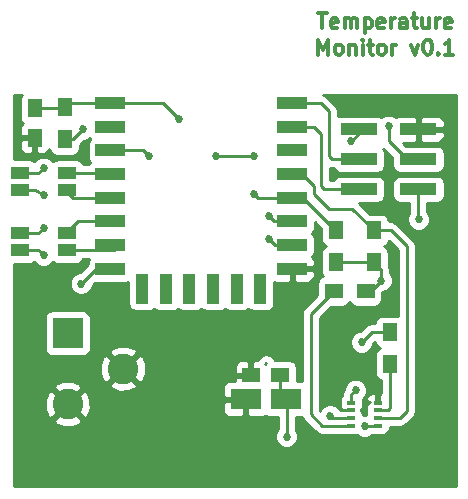
<source format=gbr>
G04 #@! TF.FileFunction,Copper,L1,Top,Signal*
%FSLAX46Y46*%
G04 Gerber Fmt 4.6, Leading zero omitted, Abs format (unit mm)*
G04 Created by KiCad (PCBNEW 4.0.6+dfsg1-1) date Sun Oct 29 21:06:04 2017*
%MOMM*%
%LPD*%
G01*
G04 APERTURE LIST*
%ADD10C,0.100000*%
%ADD11C,0.300000*%
%ADD12R,1.500000X1.100000*%
%ADD13R,1.250000X1.500000*%
%ADD14R,2.600000X1.800000*%
%ADD15R,1.500000X1.250000*%
%ADD16R,2.600000X2.600000*%
%ADD17C,2.600000*%
%ADD18R,3.150000X1.000000*%
%ADD19R,1.500000X1.300000*%
%ADD20R,1.300000X1.500000*%
%ADD21R,0.700000X0.350000*%
%ADD22R,2.500000X1.100000*%
%ADD23R,1.100000X2.500000*%
%ADD24C,0.685800*%
%ADD25C,0.254000*%
G04 APERTURE END LIST*
D10*
D11*
X179451001Y-100945024D02*
X180176716Y-100945024D01*
X179813859Y-102215024D02*
X179813859Y-100945024D01*
X181083858Y-102154548D02*
X180962906Y-102215024D01*
X180721001Y-102215024D01*
X180600049Y-102154548D01*
X180539573Y-102033595D01*
X180539573Y-101549786D01*
X180600049Y-101428833D01*
X180721001Y-101368357D01*
X180962906Y-101368357D01*
X181083858Y-101428833D01*
X181144335Y-101549786D01*
X181144335Y-101670738D01*
X180539573Y-101791690D01*
X181688620Y-102215024D02*
X181688620Y-101368357D01*
X181688620Y-101489310D02*
X181749096Y-101428833D01*
X181870049Y-101368357D01*
X182051477Y-101368357D01*
X182172429Y-101428833D01*
X182232906Y-101549786D01*
X182232906Y-102215024D01*
X182232906Y-101549786D02*
X182293382Y-101428833D01*
X182414334Y-101368357D01*
X182595763Y-101368357D01*
X182716715Y-101428833D01*
X182777191Y-101549786D01*
X182777191Y-102215024D01*
X183381953Y-101368357D02*
X183381953Y-102638357D01*
X183381953Y-101428833D02*
X183502905Y-101368357D01*
X183744810Y-101368357D01*
X183865762Y-101428833D01*
X183926239Y-101489310D01*
X183986715Y-101610262D01*
X183986715Y-101973119D01*
X183926239Y-102094071D01*
X183865762Y-102154548D01*
X183744810Y-102215024D01*
X183502905Y-102215024D01*
X183381953Y-102154548D01*
X185014810Y-102154548D02*
X184893858Y-102215024D01*
X184651953Y-102215024D01*
X184531001Y-102154548D01*
X184470525Y-102033595D01*
X184470525Y-101549786D01*
X184531001Y-101428833D01*
X184651953Y-101368357D01*
X184893858Y-101368357D01*
X185014810Y-101428833D01*
X185075287Y-101549786D01*
X185075287Y-101670738D01*
X184470525Y-101791690D01*
X185619572Y-102215024D02*
X185619572Y-101368357D01*
X185619572Y-101610262D02*
X185680048Y-101489310D01*
X185740524Y-101428833D01*
X185861477Y-101368357D01*
X185982429Y-101368357D01*
X186950048Y-102215024D02*
X186950048Y-101549786D01*
X186889571Y-101428833D01*
X186768619Y-101368357D01*
X186526714Y-101368357D01*
X186405762Y-101428833D01*
X186950048Y-102154548D02*
X186829095Y-102215024D01*
X186526714Y-102215024D01*
X186405762Y-102154548D01*
X186345286Y-102033595D01*
X186345286Y-101912643D01*
X186405762Y-101791690D01*
X186526714Y-101731214D01*
X186829095Y-101731214D01*
X186950048Y-101670738D01*
X187373381Y-101368357D02*
X187857191Y-101368357D01*
X187554810Y-100945024D02*
X187554810Y-102033595D01*
X187615286Y-102154548D01*
X187736239Y-102215024D01*
X187857191Y-102215024D01*
X188824810Y-101368357D02*
X188824810Y-102215024D01*
X188280524Y-101368357D02*
X188280524Y-102033595D01*
X188341000Y-102154548D01*
X188461953Y-102215024D01*
X188643381Y-102215024D01*
X188764333Y-102154548D01*
X188824810Y-102094071D01*
X189429572Y-102215024D02*
X189429572Y-101368357D01*
X189429572Y-101610262D02*
X189490048Y-101489310D01*
X189550524Y-101428833D01*
X189671477Y-101368357D01*
X189792429Y-101368357D01*
X190699571Y-102154548D02*
X190578619Y-102215024D01*
X190336714Y-102215024D01*
X190215762Y-102154548D01*
X190155286Y-102033595D01*
X190155286Y-101549786D01*
X190215762Y-101428833D01*
X190336714Y-101368357D01*
X190578619Y-101368357D01*
X190699571Y-101428833D01*
X190760048Y-101549786D01*
X190760048Y-101670738D01*
X190155286Y-101791690D01*
X179481238Y-104420024D02*
X179481238Y-103150024D01*
X179904571Y-104057167D01*
X180327905Y-103150024D01*
X180327905Y-104420024D01*
X181114096Y-104420024D02*
X180993143Y-104359548D01*
X180932667Y-104299071D01*
X180872191Y-104178119D01*
X180872191Y-103815262D01*
X180932667Y-103694310D01*
X180993143Y-103633833D01*
X181114096Y-103573357D01*
X181295524Y-103573357D01*
X181416476Y-103633833D01*
X181476953Y-103694310D01*
X181537429Y-103815262D01*
X181537429Y-104178119D01*
X181476953Y-104299071D01*
X181416476Y-104359548D01*
X181295524Y-104420024D01*
X181114096Y-104420024D01*
X182081715Y-103573357D02*
X182081715Y-104420024D01*
X182081715Y-103694310D02*
X182142191Y-103633833D01*
X182263144Y-103573357D01*
X182444572Y-103573357D01*
X182565524Y-103633833D01*
X182626001Y-103754786D01*
X182626001Y-104420024D01*
X183230763Y-104420024D02*
X183230763Y-103573357D01*
X183230763Y-103150024D02*
X183170287Y-103210500D01*
X183230763Y-103270976D01*
X183291239Y-103210500D01*
X183230763Y-103150024D01*
X183230763Y-103270976D01*
X183654096Y-103573357D02*
X184137906Y-103573357D01*
X183835525Y-103150024D02*
X183835525Y-104238595D01*
X183896001Y-104359548D01*
X184016954Y-104420024D01*
X184137906Y-104420024D01*
X184742668Y-104420024D02*
X184621715Y-104359548D01*
X184561239Y-104299071D01*
X184500763Y-104178119D01*
X184500763Y-103815262D01*
X184561239Y-103694310D01*
X184621715Y-103633833D01*
X184742668Y-103573357D01*
X184924096Y-103573357D01*
X185045048Y-103633833D01*
X185105525Y-103694310D01*
X185166001Y-103815262D01*
X185166001Y-104178119D01*
X185105525Y-104299071D01*
X185045048Y-104359548D01*
X184924096Y-104420024D01*
X184742668Y-104420024D01*
X185710287Y-104420024D02*
X185710287Y-103573357D01*
X185710287Y-103815262D02*
X185770763Y-103694310D01*
X185831239Y-103633833D01*
X185952192Y-103573357D01*
X186073144Y-103573357D01*
X187343144Y-103573357D02*
X187645525Y-104420024D01*
X187947905Y-103573357D01*
X188673620Y-103150024D02*
X188794572Y-103150024D01*
X188915524Y-103210500D01*
X188976001Y-103270976D01*
X189036477Y-103391929D01*
X189096953Y-103633833D01*
X189096953Y-103936214D01*
X189036477Y-104178119D01*
X188976001Y-104299071D01*
X188915524Y-104359548D01*
X188794572Y-104420024D01*
X188673620Y-104420024D01*
X188552667Y-104359548D01*
X188492191Y-104299071D01*
X188431715Y-104178119D01*
X188371239Y-103936214D01*
X188371239Y-103633833D01*
X188431715Y-103391929D01*
X188492191Y-103270976D01*
X188552667Y-103210500D01*
X188673620Y-103150024D01*
X189641239Y-104299071D02*
X189701715Y-104359548D01*
X189641239Y-104420024D01*
X189580763Y-104359548D01*
X189641239Y-104299071D01*
X189641239Y-104420024D01*
X190911239Y-104420024D02*
X190185525Y-104420024D01*
X190548382Y-104420024D02*
X190548382Y-103150024D01*
X190427430Y-103331452D01*
X190306477Y-103452405D01*
X190185525Y-103512881D01*
D12*
X154210000Y-120969000D03*
X154210000Y-119569000D03*
X158210000Y-120969000D03*
X158210000Y-119569000D03*
D13*
X155448000Y-108986000D03*
X155448000Y-111486000D03*
D14*
X176706000Y-133604000D03*
X173306000Y-133604000D03*
D15*
X176256000Y-131572000D03*
X173756000Y-131572000D03*
D12*
X154210000Y-115889000D03*
X154210000Y-114489000D03*
X158210000Y-115889000D03*
X158210000Y-114489000D03*
D16*
X158242000Y-128016000D03*
D17*
X158242000Y-134016000D03*
X162942000Y-131016000D03*
D18*
X187945000Y-115824000D03*
X182895000Y-115824000D03*
X187945000Y-113284000D03*
X182895000Y-113284000D03*
X187945000Y-110744000D03*
X182895000Y-110744000D03*
D19*
X183468000Y-124460000D03*
X180768000Y-124460000D03*
D20*
X185547000Y-127936000D03*
X185547000Y-130636000D03*
X184150000Y-122000000D03*
X184150000Y-119300000D03*
X180975000Y-122000000D03*
X180975000Y-119300000D03*
X157988000Y-108886000D03*
X157988000Y-111586000D03*
D21*
X184513000Y-133899000D03*
X184513000Y-134549000D03*
X184513000Y-135199000D03*
X184513000Y-135849000D03*
X182263000Y-135849000D03*
X182263000Y-135199000D03*
X182263000Y-134549000D03*
X182263000Y-133899000D03*
D22*
X161858501Y-108543001D03*
X161858501Y-110543001D03*
X161858501Y-112543001D03*
X161858501Y-114543001D03*
X161858501Y-116543001D03*
X161858501Y-118543001D03*
X161858501Y-120543001D03*
X161858501Y-122543001D03*
X177258501Y-122543001D03*
X177258501Y-120543001D03*
X177258501Y-118543001D03*
X177258501Y-116543001D03*
X177258501Y-114543001D03*
X177258501Y-112543001D03*
X177258501Y-110543001D03*
X177258501Y-108543001D03*
D23*
X164548501Y-124243001D03*
X166548501Y-124243001D03*
X168548501Y-124243001D03*
X170548501Y-124243001D03*
X172548501Y-124243001D03*
X174548501Y-124243001D03*
D24*
X176784000Y-136779000D03*
X183134000Y-128778000D03*
X159385000Y-123825000D03*
X159512000Y-110744000D03*
X187960000Y-118364000D03*
X180467000Y-135001000D03*
X182626000Y-132842000D03*
X184785000Y-123571000D03*
X157353000Y-123317000D03*
X180213000Y-137414000D03*
X185547000Y-125476000D03*
X188849000Y-125476000D03*
X159512000Y-113030000D03*
X167132000Y-132334000D03*
X170815000Y-127000000D03*
X167640000Y-109855000D03*
X156210000Y-121412000D03*
X156210000Y-119126000D03*
X156210000Y-116332000D03*
X156210000Y-114046000D03*
X185420000Y-110490000D03*
X173990000Y-113030000D03*
X170815000Y-113030000D03*
X182245000Y-111760000D03*
X183388000Y-135890000D03*
X173990000Y-116205000D03*
X165100000Y-113030000D03*
X175260000Y-118110000D03*
X175260000Y-120015000D03*
D25*
X175074000Y-130556000D02*
X174965000Y-130665000D01*
X176256000Y-131572000D02*
X176256000Y-133154000D01*
X176256000Y-133154000D02*
X176784000Y-133682000D01*
X176784000Y-133682000D02*
X176784000Y-136779000D01*
X185547000Y-127936000D02*
X183976000Y-127936000D01*
X183976000Y-127936000D02*
X183134000Y-128778000D01*
X162558501Y-122543001D02*
X160666999Y-122543001D01*
X160666999Y-122543001D02*
X159385000Y-123825000D01*
X157988000Y-111586000D02*
X158670000Y-111586000D01*
X158670000Y-111586000D02*
X159512000Y-110744000D01*
X187945000Y-115824000D02*
X187945000Y-118349000D01*
X187945000Y-118349000D02*
X187960000Y-118364000D01*
X182263000Y-135199000D02*
X180665000Y-135199000D01*
X180665000Y-135199000D02*
X180467000Y-135001000D01*
X182263000Y-133899000D02*
X182263000Y-133205000D01*
X182263000Y-133205000D02*
X182626000Y-132842000D01*
X183468000Y-124460000D02*
X183896000Y-124460000D01*
X183896000Y-124460000D02*
X184785000Y-123571000D01*
X180975000Y-122000000D02*
X184150000Y-122000000D01*
X184150000Y-122000000D02*
X184785000Y-122635000D01*
X184785000Y-122635000D02*
X184785000Y-123571000D01*
X182263000Y-134549000D02*
X181412000Y-134549000D01*
X181412000Y-134549000D02*
X181229000Y-134366000D01*
X184513000Y-133899000D02*
X184513000Y-133114000D01*
X184531000Y-133132000D02*
X184531000Y-133223000D01*
X184513000Y-133114000D02*
X184531000Y-133132000D01*
X155448000Y-108986000D02*
X157888000Y-108986000D01*
X157888000Y-108986000D02*
X157988000Y-108886000D01*
X162558501Y-108543001D02*
X158330999Y-108543001D01*
X158330999Y-108543001D02*
X157988000Y-108886000D01*
X166328001Y-108543001D02*
X162558501Y-108543001D01*
X167640000Y-109855000D02*
X166328001Y-108543001D01*
X154210000Y-120969000D02*
X155767000Y-120969000D01*
X155767000Y-120969000D02*
X156210000Y-121412000D01*
X154210000Y-119569000D02*
X155767000Y-119569000D01*
X155767000Y-119569000D02*
X156210000Y-119126000D01*
X158210000Y-120969000D02*
X162132502Y-120969000D01*
X162132502Y-120969000D02*
X162558501Y-120543001D01*
X158210000Y-119569000D02*
X158210000Y-119412000D01*
X158210000Y-119412000D02*
X159078999Y-118543001D01*
X159078999Y-118543001D02*
X162558501Y-118543001D01*
X154210000Y-115889000D02*
X155513000Y-115889000D01*
X155513000Y-115889000D02*
X156210000Y-116332000D01*
X154210000Y-114489000D02*
X155767000Y-114489000D01*
X155767000Y-114489000D02*
X156210000Y-114046000D01*
X158210000Y-115889000D02*
X158210000Y-116046000D01*
X158210000Y-116046000D02*
X158707001Y-116543001D01*
X158707001Y-116543001D02*
X162558501Y-116543001D01*
X158210000Y-114489000D02*
X162504500Y-114489000D01*
X162504500Y-114489000D02*
X162558501Y-114543001D01*
X158441999Y-114257001D02*
X158210000Y-114489000D01*
X182895000Y-115824000D02*
X179959000Y-115824000D01*
X179123001Y-110543001D02*
X176558501Y-110543001D01*
X179705000Y-111125000D02*
X179123001Y-110543001D01*
X179705000Y-115570000D02*
X179705000Y-111125000D01*
X179959000Y-115824000D02*
X179705000Y-115570000D01*
X187945000Y-113284000D02*
X186944000Y-113284000D01*
X186944000Y-113284000D02*
X185420000Y-111760000D01*
X185420000Y-111760000D02*
X185420000Y-110490000D01*
X182895000Y-113284000D02*
X180594000Y-113284000D01*
X179663001Y-108543001D02*
X176558501Y-108543001D01*
X180340000Y-109220000D02*
X179663001Y-108543001D01*
X180340000Y-113030000D02*
X180340000Y-109220000D01*
X180594000Y-113284000D02*
X180340000Y-113030000D01*
X170815000Y-113030000D02*
X173990000Y-113030000D01*
X182895000Y-110744000D02*
X182895000Y-111110000D01*
X182895000Y-111110000D02*
X182245000Y-111760000D01*
X182895000Y-110744000D02*
X182895000Y-110505000D01*
X182263000Y-135849000D02*
X179791000Y-135849000D01*
X178816000Y-126412000D02*
X180768000Y-124460000D01*
X178816000Y-134874000D02*
X178816000Y-126412000D01*
X179791000Y-135849000D02*
X178816000Y-134874000D01*
X185547000Y-130636000D02*
X185547000Y-134366000D01*
X185364000Y-134549000D02*
X184513000Y-134549000D01*
X185547000Y-134366000D02*
X185364000Y-134549000D01*
X184513000Y-135199000D02*
X186365000Y-135199000D01*
X185594000Y-119300000D02*
X184150000Y-119300000D01*
X186944000Y-120650000D02*
X185594000Y-119300000D01*
X186944000Y-134620000D02*
X186944000Y-120650000D01*
X186365000Y-135199000D02*
X186944000Y-134620000D01*
X184150000Y-119300000D02*
X184705000Y-119300000D01*
X176558501Y-114543001D02*
X178043001Y-114543001D01*
X178043001Y-114543001D02*
X179070000Y-115570000D01*
X179070000Y-115570000D02*
X179070000Y-116205000D01*
X179070000Y-116205000D02*
X180340000Y-117475000D01*
X180340000Y-117475000D02*
X182325000Y-117475000D01*
X182325000Y-117475000D02*
X184150000Y-119300000D01*
X184513000Y-135849000D02*
X183429000Y-135849000D01*
X183429000Y-135849000D02*
X183388000Y-135890000D01*
X180975000Y-119300000D02*
X180895000Y-119300000D01*
X180895000Y-119300000D02*
X178138001Y-116543001D01*
X178138001Y-116543001D02*
X176558501Y-116543001D01*
X176558501Y-116543001D02*
X174328001Y-116543001D01*
X174328001Y-116543001D02*
X173990000Y-116205000D01*
X162558501Y-112543001D02*
X164613001Y-112543001D01*
X164613001Y-112543001D02*
X165100000Y-113030000D01*
X176558501Y-118543001D02*
X175693001Y-118543001D01*
X175693001Y-118543001D02*
X175260000Y-118110000D01*
X175788001Y-120543001D02*
X176558501Y-120543001D01*
X175260000Y-120015000D02*
X175788001Y-120543001D01*
X168548501Y-123543001D02*
X168548501Y-125329499D01*
G36*
X191085000Y-140920000D02*
X153720000Y-140920000D01*
X153720000Y-135385459D01*
X157052146Y-135385459D01*
X157187504Y-135683455D01*
X157905880Y-135960066D01*
X158675427Y-135940710D01*
X159296496Y-135683455D01*
X159431854Y-135385459D01*
X158242000Y-134195605D01*
X157052146Y-135385459D01*
X153720000Y-135385459D01*
X153720000Y-133679880D01*
X156297934Y-133679880D01*
X156317290Y-134449427D01*
X156574545Y-135070496D01*
X156872541Y-135205854D01*
X158062395Y-134016000D01*
X158421605Y-134016000D01*
X159611459Y-135205854D01*
X159909455Y-135070496D01*
X160186066Y-134352120D01*
X160174437Y-133889750D01*
X171371000Y-133889750D01*
X171371000Y-134630310D01*
X171467673Y-134863699D01*
X171646302Y-135042327D01*
X171879691Y-135139000D01*
X173020250Y-135139000D01*
X173179000Y-134980250D01*
X173179000Y-133731000D01*
X171529750Y-133731000D01*
X171371000Y-133889750D01*
X160174437Y-133889750D01*
X160166710Y-133582573D01*
X159909455Y-132961504D01*
X159611459Y-132826146D01*
X158421605Y-134016000D01*
X158062395Y-134016000D01*
X156872541Y-132826146D01*
X156574545Y-132961504D01*
X156297934Y-133679880D01*
X153720000Y-133679880D01*
X153720000Y-132646541D01*
X157052146Y-132646541D01*
X158242000Y-133836395D01*
X159431854Y-132646541D01*
X159313264Y-132385459D01*
X161752146Y-132385459D01*
X161887504Y-132683455D01*
X162605880Y-132960066D01*
X163375427Y-132940710D01*
X163996496Y-132683455D01*
X164131854Y-132385459D01*
X162942000Y-131195605D01*
X161752146Y-132385459D01*
X159313264Y-132385459D01*
X159296496Y-132348545D01*
X158578120Y-132071934D01*
X157808573Y-132091290D01*
X157187504Y-132348545D01*
X157052146Y-132646541D01*
X153720000Y-132646541D01*
X153720000Y-130679880D01*
X160997934Y-130679880D01*
X161017290Y-131449427D01*
X161274545Y-132070496D01*
X161572541Y-132205854D01*
X162762395Y-131016000D01*
X163121605Y-131016000D01*
X164311459Y-132205854D01*
X164609455Y-132070496D01*
X164886066Y-131352120D01*
X164872700Y-130820690D01*
X172371000Y-130820690D01*
X172371000Y-131286250D01*
X172529750Y-131445000D01*
X173629000Y-131445000D01*
X173629000Y-130470750D01*
X173470250Y-130312000D01*
X172879691Y-130312000D01*
X172646302Y-130408673D01*
X172467673Y-130587301D01*
X172371000Y-130820690D01*
X164872700Y-130820690D01*
X164866710Y-130582573D01*
X164609455Y-129961504D01*
X164311459Y-129826146D01*
X163121605Y-131016000D01*
X162762395Y-131016000D01*
X161572541Y-129826146D01*
X161274545Y-129961504D01*
X160997934Y-130679880D01*
X153720000Y-130679880D01*
X153720000Y-126716000D01*
X156294560Y-126716000D01*
X156294560Y-129316000D01*
X156338838Y-129551317D01*
X156477910Y-129767441D01*
X156690110Y-129912431D01*
X156942000Y-129963440D01*
X159542000Y-129963440D01*
X159777317Y-129919162D01*
X159993441Y-129780090D01*
X160084691Y-129646541D01*
X161752146Y-129646541D01*
X162942000Y-130836395D01*
X164131854Y-129646541D01*
X163996496Y-129348545D01*
X163278120Y-129071934D01*
X162508573Y-129091290D01*
X161887504Y-129348545D01*
X161752146Y-129646541D01*
X160084691Y-129646541D01*
X160138431Y-129567890D01*
X160189440Y-129316000D01*
X160189440Y-126716000D01*
X160145162Y-126480683D01*
X160006090Y-126264559D01*
X159793890Y-126119569D01*
X159542000Y-126068560D01*
X156942000Y-126068560D01*
X156706683Y-126112838D01*
X156490559Y-126251910D01*
X156345569Y-126464110D01*
X156294560Y-126716000D01*
X153720000Y-126716000D01*
X153720000Y-122166440D01*
X154960000Y-122166440D01*
X155195317Y-122122162D01*
X155403464Y-121988223D01*
X155655341Y-122240540D01*
X156014630Y-122389730D01*
X156403663Y-122390069D01*
X156763212Y-122241507D01*
X157018969Y-121986196D01*
X157208110Y-122115431D01*
X157460000Y-122166440D01*
X158960000Y-122166440D01*
X159195317Y-122122162D01*
X159411441Y-121983090D01*
X159556431Y-121770890D01*
X159564509Y-121731000D01*
X160018979Y-121731000D01*
X160012070Y-121741111D01*
X159961061Y-121993001D01*
X159961061Y-122171308D01*
X159285357Y-122847013D01*
X159191337Y-122846931D01*
X158831788Y-122995493D01*
X158556460Y-123270341D01*
X158407270Y-123629630D01*
X158406931Y-124018663D01*
X158555493Y-124378212D01*
X158830341Y-124653540D01*
X159189630Y-124802730D01*
X159578663Y-124803069D01*
X159938212Y-124654507D01*
X160213540Y-124379659D01*
X160362730Y-124020370D01*
X160362813Y-123924817D01*
X160557515Y-123730116D01*
X160608501Y-123740441D01*
X163108501Y-123740441D01*
X163343818Y-123696163D01*
X163351061Y-123691502D01*
X163351061Y-125493001D01*
X163395339Y-125728318D01*
X163534411Y-125944442D01*
X163746611Y-126089432D01*
X163998501Y-126140441D01*
X165098501Y-126140441D01*
X165333818Y-126096163D01*
X165549942Y-125957091D01*
X165550891Y-125955702D01*
X165746611Y-126089432D01*
X165998501Y-126140441D01*
X167098501Y-126140441D01*
X167333818Y-126096163D01*
X167549942Y-125957091D01*
X167550891Y-125955702D01*
X167746611Y-126089432D01*
X167998501Y-126140441D01*
X169098501Y-126140441D01*
X169333818Y-126096163D01*
X169549942Y-125957091D01*
X169550891Y-125955702D01*
X169746611Y-126089432D01*
X169998501Y-126140441D01*
X171098501Y-126140441D01*
X171333818Y-126096163D01*
X171549942Y-125957091D01*
X171550891Y-125955702D01*
X171746611Y-126089432D01*
X171998501Y-126140441D01*
X173098501Y-126140441D01*
X173333818Y-126096163D01*
X173549942Y-125957091D01*
X173550891Y-125955702D01*
X173746611Y-126089432D01*
X173998501Y-126140441D01*
X175098501Y-126140441D01*
X175333818Y-126096163D01*
X175549942Y-125957091D01*
X175694932Y-125744891D01*
X175745941Y-125493001D01*
X175745941Y-123671564D01*
X175882192Y-123728001D01*
X176972751Y-123728001D01*
X177131501Y-123569251D01*
X177131501Y-122670001D01*
X177385501Y-122670001D01*
X177385501Y-123569251D01*
X177544251Y-123728001D01*
X178634810Y-123728001D01*
X178868199Y-123631328D01*
X179046828Y-123452700D01*
X179143501Y-123219311D01*
X179143501Y-122828751D01*
X178984751Y-122670001D01*
X177385501Y-122670001D01*
X177131501Y-122670001D01*
X177111501Y-122670001D01*
X177111501Y-122416001D01*
X177131501Y-122416001D01*
X177131501Y-122396001D01*
X177385501Y-122396001D01*
X177385501Y-122416001D01*
X178984751Y-122416001D01*
X179143501Y-122257251D01*
X179143501Y-121866691D01*
X179046828Y-121633302D01*
X178964275Y-121550749D01*
X179104932Y-121344891D01*
X179155941Y-121093001D01*
X179155941Y-119993001D01*
X179111663Y-119757684D01*
X178972591Y-119541560D01*
X178971202Y-119540611D01*
X179104932Y-119344891D01*
X179155941Y-119093001D01*
X179155941Y-118638572D01*
X179677560Y-119160191D01*
X179677560Y-120050000D01*
X179721838Y-120285317D01*
X179860910Y-120501441D01*
X180073110Y-120646431D01*
X180086197Y-120649081D01*
X179873559Y-120785910D01*
X179728569Y-120998110D01*
X179677560Y-121250000D01*
X179677560Y-122750000D01*
X179721838Y-122985317D01*
X179855559Y-123193125D01*
X179782683Y-123206838D01*
X179566559Y-123345910D01*
X179421569Y-123558110D01*
X179370560Y-123810000D01*
X179370560Y-124779810D01*
X178277185Y-125873185D01*
X178112004Y-126120395D01*
X178054000Y-126412000D01*
X178054000Y-132066280D01*
X178006000Y-132056560D01*
X177653440Y-132056560D01*
X177653440Y-130947000D01*
X177609162Y-130711683D01*
X177470090Y-130495559D01*
X177257890Y-130350569D01*
X177006000Y-130299560D01*
X175784990Y-130299560D01*
X175777996Y-130264396D01*
X175612815Y-130017185D01*
X175365604Y-129852004D01*
X175074000Y-129794001D01*
X174782395Y-129852004D01*
X174535184Y-130017185D01*
X174426185Y-130126185D01*
X174302027Y-130312000D01*
X174041750Y-130312000D01*
X173883000Y-130470750D01*
X173883000Y-131445000D01*
X173903000Y-131445000D01*
X173903000Y-131699000D01*
X173883000Y-131699000D01*
X173883000Y-131719000D01*
X173629000Y-131719000D01*
X173629000Y-131699000D01*
X172529750Y-131699000D01*
X172371000Y-131857750D01*
X172371000Y-132069000D01*
X171879691Y-132069000D01*
X171646302Y-132165673D01*
X171467673Y-132344301D01*
X171371000Y-132577690D01*
X171371000Y-133318250D01*
X171529750Y-133477000D01*
X173179000Y-133477000D01*
X173179000Y-133457000D01*
X173433000Y-133457000D01*
X173433000Y-133477000D01*
X173453000Y-133477000D01*
X173453000Y-133731000D01*
X173433000Y-133731000D01*
X173433000Y-134980250D01*
X173591750Y-135139000D01*
X174732309Y-135139000D01*
X174965698Y-135042327D01*
X175007660Y-135000366D01*
X175154110Y-135100431D01*
X175406000Y-135151440D01*
X176022000Y-135151440D01*
X176022000Y-136157917D01*
X175955460Y-136224341D01*
X175806270Y-136583630D01*
X175805931Y-136972663D01*
X175954493Y-137332212D01*
X176229341Y-137607540D01*
X176588630Y-137756730D01*
X176977663Y-137757069D01*
X177337212Y-137608507D01*
X177612540Y-137333659D01*
X177761730Y-136974370D01*
X177762069Y-136585337D01*
X177613507Y-136225788D01*
X177546000Y-136158163D01*
X177546000Y-135151440D01*
X178006000Y-135151440D01*
X178105464Y-135132725D01*
X178112004Y-135165605D01*
X178226385Y-135336788D01*
X178277185Y-135412815D01*
X179252184Y-136387815D01*
X179499395Y-136552996D01*
X179791000Y-136611000D01*
X181647307Y-136611000D01*
X181661110Y-136620431D01*
X181913000Y-136671440D01*
X182613000Y-136671440D01*
X182758915Y-136643984D01*
X182833341Y-136718540D01*
X183192630Y-136867730D01*
X183581663Y-136868069D01*
X183941212Y-136719507D01*
X184018646Y-136642208D01*
X184163000Y-136671440D01*
X184863000Y-136671440D01*
X185098317Y-136627162D01*
X185314441Y-136488090D01*
X185459431Y-136275890D01*
X185510440Y-136024000D01*
X185510440Y-135961000D01*
X186365000Y-135961000D01*
X186656605Y-135902996D01*
X186903815Y-135737815D01*
X187482816Y-135158815D01*
X187610254Y-134968090D01*
X187647996Y-134911605D01*
X187706000Y-134620000D01*
X187706000Y-120650000D01*
X187647996Y-120358395D01*
X187613390Y-120306604D01*
X187482815Y-120111184D01*
X186132815Y-118761185D01*
X185988354Y-118664659D01*
X185885605Y-118596004D01*
X185594000Y-118538000D01*
X185445182Y-118538000D01*
X185403162Y-118314683D01*
X185264090Y-118098559D01*
X185051890Y-117953569D01*
X184800000Y-117902560D01*
X183830191Y-117902560D01*
X182899070Y-116971440D01*
X184470000Y-116971440D01*
X184705317Y-116927162D01*
X184921441Y-116788090D01*
X185066431Y-116575890D01*
X185117440Y-116324000D01*
X185117440Y-115324000D01*
X185722560Y-115324000D01*
X185722560Y-116324000D01*
X185766838Y-116559317D01*
X185905910Y-116775441D01*
X186118110Y-116920431D01*
X186370000Y-116971440D01*
X187183000Y-116971440D01*
X187183000Y-117757891D01*
X187131460Y-117809341D01*
X186982270Y-118168630D01*
X186981931Y-118557663D01*
X187130493Y-118917212D01*
X187405341Y-119192540D01*
X187764630Y-119341730D01*
X188153663Y-119342069D01*
X188513212Y-119193507D01*
X188788540Y-118918659D01*
X188937730Y-118559370D01*
X188938069Y-118170337D01*
X188789507Y-117810788D01*
X188707000Y-117728137D01*
X188707000Y-116971440D01*
X189520000Y-116971440D01*
X189755317Y-116927162D01*
X189971441Y-116788090D01*
X190116431Y-116575890D01*
X190167440Y-116324000D01*
X190167440Y-115324000D01*
X190123162Y-115088683D01*
X189984090Y-114872559D01*
X189771890Y-114727569D01*
X189520000Y-114676560D01*
X186370000Y-114676560D01*
X186134683Y-114720838D01*
X185918559Y-114859910D01*
X185773569Y-115072110D01*
X185722560Y-115324000D01*
X185117440Y-115324000D01*
X185073162Y-115088683D01*
X184934090Y-114872559D01*
X184721890Y-114727569D01*
X184470000Y-114676560D01*
X181320000Y-114676560D01*
X181084683Y-114720838D01*
X180868559Y-114859910D01*
X180730477Y-115062000D01*
X180467000Y-115062000D01*
X180467000Y-114020738D01*
X180594000Y-114046000D01*
X180734008Y-114046000D01*
X180855910Y-114235441D01*
X181068110Y-114380431D01*
X181320000Y-114431440D01*
X184470000Y-114431440D01*
X184705317Y-114387162D01*
X184921441Y-114248090D01*
X185066431Y-114035890D01*
X185117440Y-113784000D01*
X185117440Y-112784000D01*
X185073162Y-112548683D01*
X184968674Y-112386304D01*
X185722560Y-113140191D01*
X185722560Y-113784000D01*
X185766838Y-114019317D01*
X185905910Y-114235441D01*
X186118110Y-114380431D01*
X186370000Y-114431440D01*
X189520000Y-114431440D01*
X189755317Y-114387162D01*
X189971441Y-114248090D01*
X190116431Y-114035890D01*
X190167440Y-113784000D01*
X190167440Y-112784000D01*
X190123162Y-112548683D01*
X189984090Y-112332559D01*
X189771890Y-112187569D01*
X189520000Y-112136560D01*
X186874191Y-112136560D01*
X186616630Y-111879000D01*
X187659250Y-111879000D01*
X187818000Y-111720250D01*
X187818000Y-110871000D01*
X188072000Y-110871000D01*
X188072000Y-111720250D01*
X188230750Y-111879000D01*
X189646309Y-111879000D01*
X189879698Y-111782327D01*
X190058327Y-111603699D01*
X190155000Y-111370310D01*
X190155000Y-111029750D01*
X189996250Y-110871000D01*
X188072000Y-110871000D01*
X187818000Y-110871000D01*
X187798000Y-110871000D01*
X187798000Y-110617000D01*
X187818000Y-110617000D01*
X187818000Y-109767750D01*
X188072000Y-109767750D01*
X188072000Y-110617000D01*
X189996250Y-110617000D01*
X190155000Y-110458250D01*
X190155000Y-110117690D01*
X190058327Y-109884301D01*
X189879698Y-109705673D01*
X189646309Y-109609000D01*
X188230750Y-109609000D01*
X188072000Y-109767750D01*
X187818000Y-109767750D01*
X187659250Y-109609000D01*
X186243691Y-109609000D01*
X186016310Y-109703184D01*
X185974659Y-109661460D01*
X185615370Y-109512270D01*
X185226337Y-109511931D01*
X184866788Y-109660493D01*
X184815596Y-109711596D01*
X184721890Y-109647569D01*
X184470000Y-109596560D01*
X181320000Y-109596560D01*
X181102000Y-109637580D01*
X181102000Y-109220000D01*
X181043996Y-108928395D01*
X180878815Y-108681185D01*
X180201816Y-108004186D01*
X180196573Y-108000683D01*
X179954606Y-107839005D01*
X179874144Y-107823000D01*
X191085000Y-107823000D01*
X191085000Y-140920000D01*
X191085000Y-140920000D01*
G37*
X191085000Y-140920000D02*
X153720000Y-140920000D01*
X153720000Y-135385459D01*
X157052146Y-135385459D01*
X157187504Y-135683455D01*
X157905880Y-135960066D01*
X158675427Y-135940710D01*
X159296496Y-135683455D01*
X159431854Y-135385459D01*
X158242000Y-134195605D01*
X157052146Y-135385459D01*
X153720000Y-135385459D01*
X153720000Y-133679880D01*
X156297934Y-133679880D01*
X156317290Y-134449427D01*
X156574545Y-135070496D01*
X156872541Y-135205854D01*
X158062395Y-134016000D01*
X158421605Y-134016000D01*
X159611459Y-135205854D01*
X159909455Y-135070496D01*
X160186066Y-134352120D01*
X160174437Y-133889750D01*
X171371000Y-133889750D01*
X171371000Y-134630310D01*
X171467673Y-134863699D01*
X171646302Y-135042327D01*
X171879691Y-135139000D01*
X173020250Y-135139000D01*
X173179000Y-134980250D01*
X173179000Y-133731000D01*
X171529750Y-133731000D01*
X171371000Y-133889750D01*
X160174437Y-133889750D01*
X160166710Y-133582573D01*
X159909455Y-132961504D01*
X159611459Y-132826146D01*
X158421605Y-134016000D01*
X158062395Y-134016000D01*
X156872541Y-132826146D01*
X156574545Y-132961504D01*
X156297934Y-133679880D01*
X153720000Y-133679880D01*
X153720000Y-132646541D01*
X157052146Y-132646541D01*
X158242000Y-133836395D01*
X159431854Y-132646541D01*
X159313264Y-132385459D01*
X161752146Y-132385459D01*
X161887504Y-132683455D01*
X162605880Y-132960066D01*
X163375427Y-132940710D01*
X163996496Y-132683455D01*
X164131854Y-132385459D01*
X162942000Y-131195605D01*
X161752146Y-132385459D01*
X159313264Y-132385459D01*
X159296496Y-132348545D01*
X158578120Y-132071934D01*
X157808573Y-132091290D01*
X157187504Y-132348545D01*
X157052146Y-132646541D01*
X153720000Y-132646541D01*
X153720000Y-130679880D01*
X160997934Y-130679880D01*
X161017290Y-131449427D01*
X161274545Y-132070496D01*
X161572541Y-132205854D01*
X162762395Y-131016000D01*
X163121605Y-131016000D01*
X164311459Y-132205854D01*
X164609455Y-132070496D01*
X164886066Y-131352120D01*
X164872700Y-130820690D01*
X172371000Y-130820690D01*
X172371000Y-131286250D01*
X172529750Y-131445000D01*
X173629000Y-131445000D01*
X173629000Y-130470750D01*
X173470250Y-130312000D01*
X172879691Y-130312000D01*
X172646302Y-130408673D01*
X172467673Y-130587301D01*
X172371000Y-130820690D01*
X164872700Y-130820690D01*
X164866710Y-130582573D01*
X164609455Y-129961504D01*
X164311459Y-129826146D01*
X163121605Y-131016000D01*
X162762395Y-131016000D01*
X161572541Y-129826146D01*
X161274545Y-129961504D01*
X160997934Y-130679880D01*
X153720000Y-130679880D01*
X153720000Y-126716000D01*
X156294560Y-126716000D01*
X156294560Y-129316000D01*
X156338838Y-129551317D01*
X156477910Y-129767441D01*
X156690110Y-129912431D01*
X156942000Y-129963440D01*
X159542000Y-129963440D01*
X159777317Y-129919162D01*
X159993441Y-129780090D01*
X160084691Y-129646541D01*
X161752146Y-129646541D01*
X162942000Y-130836395D01*
X164131854Y-129646541D01*
X163996496Y-129348545D01*
X163278120Y-129071934D01*
X162508573Y-129091290D01*
X161887504Y-129348545D01*
X161752146Y-129646541D01*
X160084691Y-129646541D01*
X160138431Y-129567890D01*
X160189440Y-129316000D01*
X160189440Y-126716000D01*
X160145162Y-126480683D01*
X160006090Y-126264559D01*
X159793890Y-126119569D01*
X159542000Y-126068560D01*
X156942000Y-126068560D01*
X156706683Y-126112838D01*
X156490559Y-126251910D01*
X156345569Y-126464110D01*
X156294560Y-126716000D01*
X153720000Y-126716000D01*
X153720000Y-122166440D01*
X154960000Y-122166440D01*
X155195317Y-122122162D01*
X155403464Y-121988223D01*
X155655341Y-122240540D01*
X156014630Y-122389730D01*
X156403663Y-122390069D01*
X156763212Y-122241507D01*
X157018969Y-121986196D01*
X157208110Y-122115431D01*
X157460000Y-122166440D01*
X158960000Y-122166440D01*
X159195317Y-122122162D01*
X159411441Y-121983090D01*
X159556431Y-121770890D01*
X159564509Y-121731000D01*
X160018979Y-121731000D01*
X160012070Y-121741111D01*
X159961061Y-121993001D01*
X159961061Y-122171308D01*
X159285357Y-122847013D01*
X159191337Y-122846931D01*
X158831788Y-122995493D01*
X158556460Y-123270341D01*
X158407270Y-123629630D01*
X158406931Y-124018663D01*
X158555493Y-124378212D01*
X158830341Y-124653540D01*
X159189630Y-124802730D01*
X159578663Y-124803069D01*
X159938212Y-124654507D01*
X160213540Y-124379659D01*
X160362730Y-124020370D01*
X160362813Y-123924817D01*
X160557515Y-123730116D01*
X160608501Y-123740441D01*
X163108501Y-123740441D01*
X163343818Y-123696163D01*
X163351061Y-123691502D01*
X163351061Y-125493001D01*
X163395339Y-125728318D01*
X163534411Y-125944442D01*
X163746611Y-126089432D01*
X163998501Y-126140441D01*
X165098501Y-126140441D01*
X165333818Y-126096163D01*
X165549942Y-125957091D01*
X165550891Y-125955702D01*
X165746611Y-126089432D01*
X165998501Y-126140441D01*
X167098501Y-126140441D01*
X167333818Y-126096163D01*
X167549942Y-125957091D01*
X167550891Y-125955702D01*
X167746611Y-126089432D01*
X167998501Y-126140441D01*
X169098501Y-126140441D01*
X169333818Y-126096163D01*
X169549942Y-125957091D01*
X169550891Y-125955702D01*
X169746611Y-126089432D01*
X169998501Y-126140441D01*
X171098501Y-126140441D01*
X171333818Y-126096163D01*
X171549942Y-125957091D01*
X171550891Y-125955702D01*
X171746611Y-126089432D01*
X171998501Y-126140441D01*
X173098501Y-126140441D01*
X173333818Y-126096163D01*
X173549942Y-125957091D01*
X173550891Y-125955702D01*
X173746611Y-126089432D01*
X173998501Y-126140441D01*
X175098501Y-126140441D01*
X175333818Y-126096163D01*
X175549942Y-125957091D01*
X175694932Y-125744891D01*
X175745941Y-125493001D01*
X175745941Y-123671564D01*
X175882192Y-123728001D01*
X176972751Y-123728001D01*
X177131501Y-123569251D01*
X177131501Y-122670001D01*
X177385501Y-122670001D01*
X177385501Y-123569251D01*
X177544251Y-123728001D01*
X178634810Y-123728001D01*
X178868199Y-123631328D01*
X179046828Y-123452700D01*
X179143501Y-123219311D01*
X179143501Y-122828751D01*
X178984751Y-122670001D01*
X177385501Y-122670001D01*
X177131501Y-122670001D01*
X177111501Y-122670001D01*
X177111501Y-122416001D01*
X177131501Y-122416001D01*
X177131501Y-122396001D01*
X177385501Y-122396001D01*
X177385501Y-122416001D01*
X178984751Y-122416001D01*
X179143501Y-122257251D01*
X179143501Y-121866691D01*
X179046828Y-121633302D01*
X178964275Y-121550749D01*
X179104932Y-121344891D01*
X179155941Y-121093001D01*
X179155941Y-119993001D01*
X179111663Y-119757684D01*
X178972591Y-119541560D01*
X178971202Y-119540611D01*
X179104932Y-119344891D01*
X179155941Y-119093001D01*
X179155941Y-118638572D01*
X179677560Y-119160191D01*
X179677560Y-120050000D01*
X179721838Y-120285317D01*
X179860910Y-120501441D01*
X180073110Y-120646431D01*
X180086197Y-120649081D01*
X179873559Y-120785910D01*
X179728569Y-120998110D01*
X179677560Y-121250000D01*
X179677560Y-122750000D01*
X179721838Y-122985317D01*
X179855559Y-123193125D01*
X179782683Y-123206838D01*
X179566559Y-123345910D01*
X179421569Y-123558110D01*
X179370560Y-123810000D01*
X179370560Y-124779810D01*
X178277185Y-125873185D01*
X178112004Y-126120395D01*
X178054000Y-126412000D01*
X178054000Y-132066280D01*
X178006000Y-132056560D01*
X177653440Y-132056560D01*
X177653440Y-130947000D01*
X177609162Y-130711683D01*
X177470090Y-130495559D01*
X177257890Y-130350569D01*
X177006000Y-130299560D01*
X175784990Y-130299560D01*
X175777996Y-130264396D01*
X175612815Y-130017185D01*
X175365604Y-129852004D01*
X175074000Y-129794001D01*
X174782395Y-129852004D01*
X174535184Y-130017185D01*
X174426185Y-130126185D01*
X174302027Y-130312000D01*
X174041750Y-130312000D01*
X173883000Y-130470750D01*
X173883000Y-131445000D01*
X173903000Y-131445000D01*
X173903000Y-131699000D01*
X173883000Y-131699000D01*
X173883000Y-131719000D01*
X173629000Y-131719000D01*
X173629000Y-131699000D01*
X172529750Y-131699000D01*
X172371000Y-131857750D01*
X172371000Y-132069000D01*
X171879691Y-132069000D01*
X171646302Y-132165673D01*
X171467673Y-132344301D01*
X171371000Y-132577690D01*
X171371000Y-133318250D01*
X171529750Y-133477000D01*
X173179000Y-133477000D01*
X173179000Y-133457000D01*
X173433000Y-133457000D01*
X173433000Y-133477000D01*
X173453000Y-133477000D01*
X173453000Y-133731000D01*
X173433000Y-133731000D01*
X173433000Y-134980250D01*
X173591750Y-135139000D01*
X174732309Y-135139000D01*
X174965698Y-135042327D01*
X175007660Y-135000366D01*
X175154110Y-135100431D01*
X175406000Y-135151440D01*
X176022000Y-135151440D01*
X176022000Y-136157917D01*
X175955460Y-136224341D01*
X175806270Y-136583630D01*
X175805931Y-136972663D01*
X175954493Y-137332212D01*
X176229341Y-137607540D01*
X176588630Y-137756730D01*
X176977663Y-137757069D01*
X177337212Y-137608507D01*
X177612540Y-137333659D01*
X177761730Y-136974370D01*
X177762069Y-136585337D01*
X177613507Y-136225788D01*
X177546000Y-136158163D01*
X177546000Y-135151440D01*
X178006000Y-135151440D01*
X178105464Y-135132725D01*
X178112004Y-135165605D01*
X178226385Y-135336788D01*
X178277185Y-135412815D01*
X179252184Y-136387815D01*
X179499395Y-136552996D01*
X179791000Y-136611000D01*
X181647307Y-136611000D01*
X181661110Y-136620431D01*
X181913000Y-136671440D01*
X182613000Y-136671440D01*
X182758915Y-136643984D01*
X182833341Y-136718540D01*
X183192630Y-136867730D01*
X183581663Y-136868069D01*
X183941212Y-136719507D01*
X184018646Y-136642208D01*
X184163000Y-136671440D01*
X184863000Y-136671440D01*
X185098317Y-136627162D01*
X185314441Y-136488090D01*
X185459431Y-136275890D01*
X185510440Y-136024000D01*
X185510440Y-135961000D01*
X186365000Y-135961000D01*
X186656605Y-135902996D01*
X186903815Y-135737815D01*
X187482816Y-135158815D01*
X187610254Y-134968090D01*
X187647996Y-134911605D01*
X187706000Y-134620000D01*
X187706000Y-120650000D01*
X187647996Y-120358395D01*
X187613390Y-120306604D01*
X187482815Y-120111184D01*
X186132815Y-118761185D01*
X185988354Y-118664659D01*
X185885605Y-118596004D01*
X185594000Y-118538000D01*
X185445182Y-118538000D01*
X185403162Y-118314683D01*
X185264090Y-118098559D01*
X185051890Y-117953569D01*
X184800000Y-117902560D01*
X183830191Y-117902560D01*
X182899070Y-116971440D01*
X184470000Y-116971440D01*
X184705317Y-116927162D01*
X184921441Y-116788090D01*
X185066431Y-116575890D01*
X185117440Y-116324000D01*
X185117440Y-115324000D01*
X185722560Y-115324000D01*
X185722560Y-116324000D01*
X185766838Y-116559317D01*
X185905910Y-116775441D01*
X186118110Y-116920431D01*
X186370000Y-116971440D01*
X187183000Y-116971440D01*
X187183000Y-117757891D01*
X187131460Y-117809341D01*
X186982270Y-118168630D01*
X186981931Y-118557663D01*
X187130493Y-118917212D01*
X187405341Y-119192540D01*
X187764630Y-119341730D01*
X188153663Y-119342069D01*
X188513212Y-119193507D01*
X188788540Y-118918659D01*
X188937730Y-118559370D01*
X188938069Y-118170337D01*
X188789507Y-117810788D01*
X188707000Y-117728137D01*
X188707000Y-116971440D01*
X189520000Y-116971440D01*
X189755317Y-116927162D01*
X189971441Y-116788090D01*
X190116431Y-116575890D01*
X190167440Y-116324000D01*
X190167440Y-115324000D01*
X190123162Y-115088683D01*
X189984090Y-114872559D01*
X189771890Y-114727569D01*
X189520000Y-114676560D01*
X186370000Y-114676560D01*
X186134683Y-114720838D01*
X185918559Y-114859910D01*
X185773569Y-115072110D01*
X185722560Y-115324000D01*
X185117440Y-115324000D01*
X185073162Y-115088683D01*
X184934090Y-114872559D01*
X184721890Y-114727569D01*
X184470000Y-114676560D01*
X181320000Y-114676560D01*
X181084683Y-114720838D01*
X180868559Y-114859910D01*
X180730477Y-115062000D01*
X180467000Y-115062000D01*
X180467000Y-114020738D01*
X180594000Y-114046000D01*
X180734008Y-114046000D01*
X180855910Y-114235441D01*
X181068110Y-114380431D01*
X181320000Y-114431440D01*
X184470000Y-114431440D01*
X184705317Y-114387162D01*
X184921441Y-114248090D01*
X185066431Y-114035890D01*
X185117440Y-113784000D01*
X185117440Y-112784000D01*
X185073162Y-112548683D01*
X184968674Y-112386304D01*
X185722560Y-113140191D01*
X185722560Y-113784000D01*
X185766838Y-114019317D01*
X185905910Y-114235441D01*
X186118110Y-114380431D01*
X186370000Y-114431440D01*
X189520000Y-114431440D01*
X189755317Y-114387162D01*
X189971441Y-114248090D01*
X190116431Y-114035890D01*
X190167440Y-113784000D01*
X190167440Y-112784000D01*
X190123162Y-112548683D01*
X189984090Y-112332559D01*
X189771890Y-112187569D01*
X189520000Y-112136560D01*
X186874191Y-112136560D01*
X186616630Y-111879000D01*
X187659250Y-111879000D01*
X187818000Y-111720250D01*
X187818000Y-110871000D01*
X188072000Y-110871000D01*
X188072000Y-111720250D01*
X188230750Y-111879000D01*
X189646309Y-111879000D01*
X189879698Y-111782327D01*
X190058327Y-111603699D01*
X190155000Y-111370310D01*
X190155000Y-111029750D01*
X189996250Y-110871000D01*
X188072000Y-110871000D01*
X187818000Y-110871000D01*
X187798000Y-110871000D01*
X187798000Y-110617000D01*
X187818000Y-110617000D01*
X187818000Y-109767750D01*
X188072000Y-109767750D01*
X188072000Y-110617000D01*
X189996250Y-110617000D01*
X190155000Y-110458250D01*
X190155000Y-110117690D01*
X190058327Y-109884301D01*
X189879698Y-109705673D01*
X189646309Y-109609000D01*
X188230750Y-109609000D01*
X188072000Y-109767750D01*
X187818000Y-109767750D01*
X187659250Y-109609000D01*
X186243691Y-109609000D01*
X186016310Y-109703184D01*
X185974659Y-109661460D01*
X185615370Y-109512270D01*
X185226337Y-109511931D01*
X184866788Y-109660493D01*
X184815596Y-109711596D01*
X184721890Y-109647569D01*
X184470000Y-109596560D01*
X181320000Y-109596560D01*
X181102000Y-109637580D01*
X181102000Y-109220000D01*
X181043996Y-108928395D01*
X180878815Y-108681185D01*
X180201816Y-108004186D01*
X180196573Y-108000683D01*
X179954606Y-107839005D01*
X179874144Y-107823000D01*
X191085000Y-107823000D01*
X191085000Y-140920000D01*
G36*
X186182000Y-120965631D02*
X186182000Y-126538560D01*
X184897000Y-126538560D01*
X184661683Y-126582838D01*
X184445559Y-126721910D01*
X184300569Y-126934110D01*
X184251990Y-127174000D01*
X183976000Y-127174000D01*
X183684395Y-127232004D01*
X183437185Y-127397185D01*
X183034357Y-127800013D01*
X182940337Y-127799931D01*
X182580788Y-127948493D01*
X182305460Y-128223341D01*
X182156270Y-128582630D01*
X182155931Y-128971663D01*
X182304493Y-129331212D01*
X182579341Y-129606540D01*
X182938630Y-129755730D01*
X183327663Y-129756069D01*
X183687212Y-129607507D01*
X183962540Y-129332659D01*
X184111730Y-128973370D01*
X184111813Y-128877817D01*
X184258123Y-128731507D01*
X184293838Y-128921317D01*
X184432910Y-129137441D01*
X184645110Y-129282431D01*
X184658197Y-129285081D01*
X184445559Y-129421910D01*
X184300569Y-129634110D01*
X184249560Y-129886000D01*
X184249560Y-131386000D01*
X184293838Y-131621317D01*
X184432910Y-131837441D01*
X184645110Y-131982431D01*
X184785000Y-132010759D01*
X184785000Y-133102750D01*
X184640000Y-133247750D01*
X184640000Y-133726560D01*
X184386000Y-133726560D01*
X184386000Y-133247750D01*
X184227250Y-133089000D01*
X184036691Y-133089000D01*
X183803302Y-133185673D01*
X183624673Y-133364301D01*
X183528000Y-133597690D01*
X183528000Y-133652750D01*
X183686750Y-133811500D01*
X183864492Y-133811500D01*
X183711559Y-133909910D01*
X183599853Y-134073397D01*
X183528000Y-134145250D01*
X183528000Y-134200310D01*
X183543268Y-134237171D01*
X183515560Y-134374000D01*
X183515560Y-134724000D01*
X183544821Y-134879507D01*
X183538194Y-134912231D01*
X183239360Y-134911970D01*
X183234081Y-134883914D01*
X183248000Y-134850310D01*
X183248000Y-134795250D01*
X183170550Y-134717800D01*
X183077090Y-134572559D01*
X183044975Y-134550616D01*
X183064441Y-134538090D01*
X183176147Y-134374603D01*
X183248000Y-134302750D01*
X183248000Y-134247690D01*
X183232732Y-134210829D01*
X183260440Y-134074000D01*
X183260440Y-133724000D01*
X183239280Y-133611544D01*
X183454540Y-133396659D01*
X183603730Y-133037370D01*
X183604069Y-132648337D01*
X183455507Y-132288788D01*
X183180659Y-132013460D01*
X182821370Y-131864270D01*
X182432337Y-131863931D01*
X182072788Y-132012493D01*
X181797460Y-132287341D01*
X181648270Y-132646630D01*
X181648154Y-132779973D01*
X181559004Y-132913395D01*
X181501000Y-133205000D01*
X181501000Y-133234530D01*
X181461559Y-133259910D01*
X181316569Y-133472110D01*
X181265560Y-133724000D01*
X181265560Y-134074000D01*
X181291919Y-134214086D01*
X181278000Y-134247690D01*
X181278000Y-134302750D01*
X181355450Y-134380200D01*
X181382346Y-134421998D01*
X181278000Y-134421998D01*
X181278000Y-134429248D01*
X181021659Y-134172460D01*
X180662370Y-134023270D01*
X180273337Y-134022931D01*
X179913788Y-134171493D01*
X179638460Y-134446341D01*
X179587851Y-134568221D01*
X179578000Y-134558370D01*
X179578000Y-126727630D01*
X180548190Y-125757440D01*
X181518000Y-125757440D01*
X181753317Y-125713162D01*
X181969441Y-125574090D01*
X182114431Y-125361890D01*
X182117081Y-125348803D01*
X182253910Y-125561441D01*
X182466110Y-125706431D01*
X182718000Y-125757440D01*
X184218000Y-125757440D01*
X184453317Y-125713162D01*
X184669441Y-125574090D01*
X184814431Y-125361890D01*
X184865440Y-125110000D01*
X184865440Y-124568190D01*
X184884643Y-124548987D01*
X184978663Y-124549069D01*
X185338212Y-124400507D01*
X185613540Y-124125659D01*
X185762730Y-123766370D01*
X185763069Y-123377337D01*
X185614507Y-123017788D01*
X185547000Y-122950163D01*
X185547000Y-122635000D01*
X185488996Y-122343395D01*
X185447440Y-122281202D01*
X185447440Y-121250000D01*
X185403162Y-121014683D01*
X185264090Y-120798559D01*
X185051890Y-120653569D01*
X185038803Y-120650919D01*
X185251441Y-120514090D01*
X185396431Y-120301890D01*
X185416947Y-120200578D01*
X186182000Y-120965631D01*
X186182000Y-120965631D01*
G37*
X186182000Y-120965631D02*
X186182000Y-126538560D01*
X184897000Y-126538560D01*
X184661683Y-126582838D01*
X184445559Y-126721910D01*
X184300569Y-126934110D01*
X184251990Y-127174000D01*
X183976000Y-127174000D01*
X183684395Y-127232004D01*
X183437185Y-127397185D01*
X183034357Y-127800013D01*
X182940337Y-127799931D01*
X182580788Y-127948493D01*
X182305460Y-128223341D01*
X182156270Y-128582630D01*
X182155931Y-128971663D01*
X182304493Y-129331212D01*
X182579341Y-129606540D01*
X182938630Y-129755730D01*
X183327663Y-129756069D01*
X183687212Y-129607507D01*
X183962540Y-129332659D01*
X184111730Y-128973370D01*
X184111813Y-128877817D01*
X184258123Y-128731507D01*
X184293838Y-128921317D01*
X184432910Y-129137441D01*
X184645110Y-129282431D01*
X184658197Y-129285081D01*
X184445559Y-129421910D01*
X184300569Y-129634110D01*
X184249560Y-129886000D01*
X184249560Y-131386000D01*
X184293838Y-131621317D01*
X184432910Y-131837441D01*
X184645110Y-131982431D01*
X184785000Y-132010759D01*
X184785000Y-133102750D01*
X184640000Y-133247750D01*
X184640000Y-133726560D01*
X184386000Y-133726560D01*
X184386000Y-133247750D01*
X184227250Y-133089000D01*
X184036691Y-133089000D01*
X183803302Y-133185673D01*
X183624673Y-133364301D01*
X183528000Y-133597690D01*
X183528000Y-133652750D01*
X183686750Y-133811500D01*
X183864492Y-133811500D01*
X183711559Y-133909910D01*
X183599853Y-134073397D01*
X183528000Y-134145250D01*
X183528000Y-134200310D01*
X183543268Y-134237171D01*
X183515560Y-134374000D01*
X183515560Y-134724000D01*
X183544821Y-134879507D01*
X183538194Y-134912231D01*
X183239360Y-134911970D01*
X183234081Y-134883914D01*
X183248000Y-134850310D01*
X183248000Y-134795250D01*
X183170550Y-134717800D01*
X183077090Y-134572559D01*
X183044975Y-134550616D01*
X183064441Y-134538090D01*
X183176147Y-134374603D01*
X183248000Y-134302750D01*
X183248000Y-134247690D01*
X183232732Y-134210829D01*
X183260440Y-134074000D01*
X183260440Y-133724000D01*
X183239280Y-133611544D01*
X183454540Y-133396659D01*
X183603730Y-133037370D01*
X183604069Y-132648337D01*
X183455507Y-132288788D01*
X183180659Y-132013460D01*
X182821370Y-131864270D01*
X182432337Y-131863931D01*
X182072788Y-132012493D01*
X181797460Y-132287341D01*
X181648270Y-132646630D01*
X181648154Y-132779973D01*
X181559004Y-132913395D01*
X181501000Y-133205000D01*
X181501000Y-133234530D01*
X181461559Y-133259910D01*
X181316569Y-133472110D01*
X181265560Y-133724000D01*
X181265560Y-134074000D01*
X181291919Y-134214086D01*
X181278000Y-134247690D01*
X181278000Y-134302750D01*
X181355450Y-134380200D01*
X181382346Y-134421998D01*
X181278000Y-134421998D01*
X181278000Y-134429248D01*
X181021659Y-134172460D01*
X180662370Y-134023270D01*
X180273337Y-134022931D01*
X179913788Y-134171493D01*
X179638460Y-134446341D01*
X179587851Y-134568221D01*
X179578000Y-134558370D01*
X179578000Y-126727630D01*
X180548190Y-125757440D01*
X181518000Y-125757440D01*
X181753317Y-125713162D01*
X181969441Y-125574090D01*
X182114431Y-125361890D01*
X182117081Y-125348803D01*
X182253910Y-125561441D01*
X182466110Y-125706431D01*
X182718000Y-125757440D01*
X184218000Y-125757440D01*
X184453317Y-125713162D01*
X184669441Y-125574090D01*
X184814431Y-125361890D01*
X184865440Y-125110000D01*
X184865440Y-124568190D01*
X184884643Y-124548987D01*
X184978663Y-124549069D01*
X185338212Y-124400507D01*
X185613540Y-124125659D01*
X185762730Y-123766370D01*
X185763069Y-123377337D01*
X185614507Y-123017788D01*
X185547000Y-122950163D01*
X185547000Y-122635000D01*
X185488996Y-122343395D01*
X185447440Y-122281202D01*
X185447440Y-121250000D01*
X185403162Y-121014683D01*
X185264090Y-120798559D01*
X185051890Y-120653569D01*
X185038803Y-120650919D01*
X185251441Y-120514090D01*
X185396431Y-120301890D01*
X185416947Y-120200578D01*
X186182000Y-120965631D01*
G36*
X154226569Y-107984110D02*
X154175560Y-108236000D01*
X154175560Y-109736000D01*
X154219838Y-109971317D01*
X154358910Y-110187441D01*
X154427006Y-110233969D01*
X154284673Y-110376302D01*
X154188000Y-110609691D01*
X154188000Y-111200250D01*
X154346750Y-111359000D01*
X155321000Y-111359000D01*
X155321000Y-111339000D01*
X155575000Y-111339000D01*
X155575000Y-111359000D01*
X155595000Y-111359000D01*
X155595000Y-111613000D01*
X155575000Y-111613000D01*
X155575000Y-112712250D01*
X155733750Y-112871000D01*
X156199310Y-112871000D01*
X156432699Y-112774327D01*
X156611327Y-112595698D01*
X156699412Y-112383043D01*
X156734838Y-112571317D01*
X156873910Y-112787441D01*
X157086110Y-112932431D01*
X157338000Y-112983440D01*
X158638000Y-112983440D01*
X158873317Y-112939162D01*
X159089441Y-112800090D01*
X159234431Y-112587890D01*
X159285440Y-112336000D01*
X159285440Y-112048190D01*
X159611643Y-111721987D01*
X159705663Y-111722069D01*
X160065212Y-111573507D01*
X160124822Y-111514000D01*
X160144411Y-111544442D01*
X160145800Y-111545391D01*
X160012070Y-111741111D01*
X159961061Y-111993001D01*
X159961061Y-113093001D01*
X160005339Y-113328318D01*
X160144411Y-113544442D01*
X160145800Y-113545391D01*
X160021712Y-113727000D01*
X159567549Y-113727000D01*
X159563162Y-113703683D01*
X159424090Y-113487559D01*
X159211890Y-113342569D01*
X158960000Y-113291560D01*
X157460000Y-113291560D01*
X157224683Y-113335838D01*
X157016536Y-113469777D01*
X156764659Y-113217460D01*
X156405370Y-113068270D01*
X156016337Y-113067931D01*
X155656788Y-113216493D01*
X155401031Y-113471804D01*
X155211890Y-113342569D01*
X154960000Y-113291560D01*
X153720000Y-113291560D01*
X153720000Y-111771750D01*
X154188000Y-111771750D01*
X154188000Y-112362309D01*
X154284673Y-112595698D01*
X154463301Y-112774327D01*
X154696690Y-112871000D01*
X155162250Y-112871000D01*
X155321000Y-112712250D01*
X155321000Y-111613000D01*
X154346750Y-111613000D01*
X154188000Y-111771750D01*
X153720000Y-111771750D01*
X153720000Y-107823000D01*
X154336651Y-107823000D01*
X154226569Y-107984110D01*
X154226569Y-107984110D01*
G37*
X154226569Y-107984110D02*
X154175560Y-108236000D01*
X154175560Y-109736000D01*
X154219838Y-109971317D01*
X154358910Y-110187441D01*
X154427006Y-110233969D01*
X154284673Y-110376302D01*
X154188000Y-110609691D01*
X154188000Y-111200250D01*
X154346750Y-111359000D01*
X155321000Y-111359000D01*
X155321000Y-111339000D01*
X155575000Y-111339000D01*
X155575000Y-111359000D01*
X155595000Y-111359000D01*
X155595000Y-111613000D01*
X155575000Y-111613000D01*
X155575000Y-112712250D01*
X155733750Y-112871000D01*
X156199310Y-112871000D01*
X156432699Y-112774327D01*
X156611327Y-112595698D01*
X156699412Y-112383043D01*
X156734838Y-112571317D01*
X156873910Y-112787441D01*
X157086110Y-112932431D01*
X157338000Y-112983440D01*
X158638000Y-112983440D01*
X158873317Y-112939162D01*
X159089441Y-112800090D01*
X159234431Y-112587890D01*
X159285440Y-112336000D01*
X159285440Y-112048190D01*
X159611643Y-111721987D01*
X159705663Y-111722069D01*
X160065212Y-111573507D01*
X160124822Y-111514000D01*
X160144411Y-111544442D01*
X160145800Y-111545391D01*
X160012070Y-111741111D01*
X159961061Y-111993001D01*
X159961061Y-113093001D01*
X160005339Y-113328318D01*
X160144411Y-113544442D01*
X160145800Y-113545391D01*
X160021712Y-113727000D01*
X159567549Y-113727000D01*
X159563162Y-113703683D01*
X159424090Y-113487559D01*
X159211890Y-113342569D01*
X158960000Y-113291560D01*
X157460000Y-113291560D01*
X157224683Y-113335838D01*
X157016536Y-113469777D01*
X156764659Y-113217460D01*
X156405370Y-113068270D01*
X156016337Y-113067931D01*
X155656788Y-113216493D01*
X155401031Y-113471804D01*
X155211890Y-113342569D01*
X154960000Y-113291560D01*
X153720000Y-113291560D01*
X153720000Y-111771750D01*
X154188000Y-111771750D01*
X154188000Y-112362309D01*
X154284673Y-112595698D01*
X154463301Y-112774327D01*
X154696690Y-112871000D01*
X155162250Y-112871000D01*
X155321000Y-112712250D01*
X155321000Y-111613000D01*
X154346750Y-111613000D01*
X154188000Y-111771750D01*
X153720000Y-111771750D01*
X153720000Y-107823000D01*
X154336651Y-107823000D01*
X154226569Y-107984110D01*
M02*

</source>
